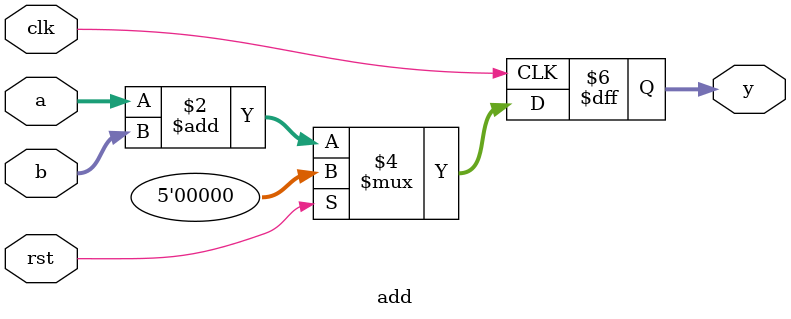
<source format=sv>
module add(
    input clk, rst,
    input [3:0] a, b,
    output reg [4:0] y
);

always@(posedge clk)begin
    if(rst)
        y <= 5'b00000;
    else
        y <= a + b;
end

///ad

endmodule
</source>
